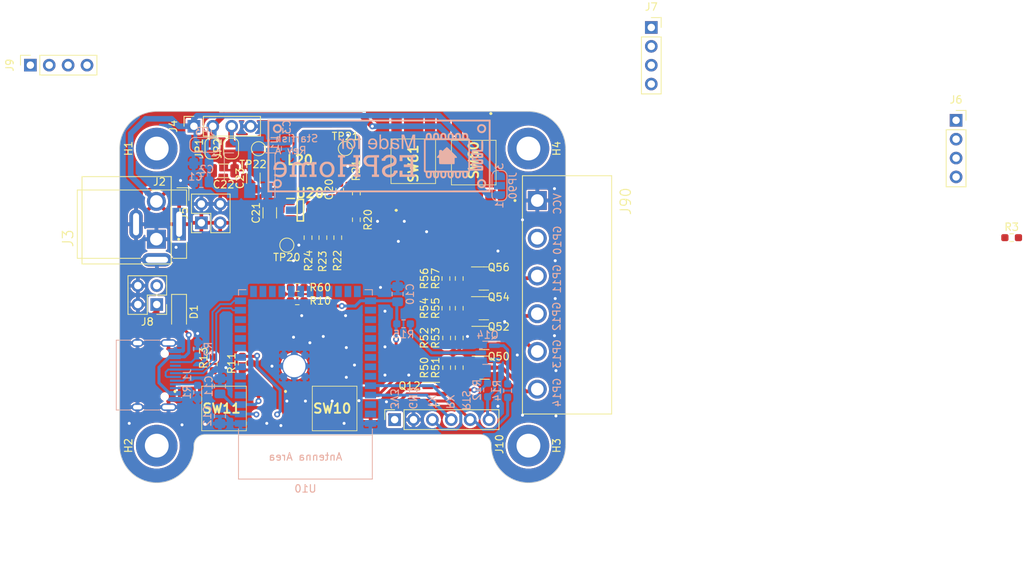
<source format=kicad_pcb>
(kicad_pcb (version 20221018) (generator pcbnew)
  (title_block (title "Starfish") (date "2023-01-30") (rev "A") (company "PaEber Electronics"))
  (layers (0 "F.Cu" signal) (31 "B.Cu" signal) (34 "B.Paste" user) (35 "F.Paste" user) (36 "B.SilkS" user "B.Silkscreen") (37 "F.SilkS" user "F.Silkscreen") (38 "B.Mask" user) (39 "F.Mask" user) (44 "Edge.Cuts" user))
  (net 0 "")
  (net 1 "GND")
  (net 2 "VBUS")
  (net 3 "Net-(U20-BST)")
  (net 4 "/USB_DP")
  (net 5 "/USB_DM")
  (net 6 "Net-(J1-CC1)")
  (net 8 "Net-(J1-CC2)")
  (net 9 "/Power/SW_5V")
  (net 10 "+3V3")
  (net 11 "/CH1")
  (net 13 "/Power/V_REG")
  (net 14 "Net-(Q12-G)")
  (net 15 "Net-(Q12-D)")
  (net 16 "Net-(Q14-G)")
  (net 17 "Net-(Q14-D)")
  (net 18 "Net-(Q50-G)")
  (net 19 "Net-(Q52-G)")
  (net 20 "Net-(Q54-G)")
  (net 21 "Net-(Q56-G)")
  (net 22 "Net-(U20-EN)")
  (net 23 "Net-(SW60-A)")
  (net 24 "/I2C_SCL")
  (net 25 "/I2C_SDA")
  (net 26 "/GPIO12")
  (net 27 "/GPIO13")
  (net 30 "+5V")
  (net 31 "/LED Driver/PWM1")
  (net 32 "/LED Driver/PWM2")
  (net 33 "/LED Driver/PWM3")
  (net 34 "/LED Driver/PWM4")
  (net 39 "/CH2")
  (net 40 "/CH3")
  (net 41 "/CH4")
  (net 42 "VCC")
  (net 45 "Net-(R22-Pad2)")
  (net 46 "/Power/FB_5V")
  (net 49 "/GPIO14")
  (net 51 "/GPIO0")
  (net 52 "/CHIP_PU")
  (net 53 "/TXD")
  (net 56 "/RXD")
  (net 57 "/RTS")
  (net 58 "/DTR")
  (net 65 "Net-(SW61-A)")
  (net 66 "Net-(J90-Pin_2)")
  (net 68 "/VIN_LIN")
  (footprint "paeber:13019319" (layer "F.Cu") (at 167.64 66.04 -90)
    (fp_text reference "SW60")
    (fp_text value "1301.9315" hide)
  )
  (footprint "Connector_PinHeader_2.54mm:PinHeader_2x02_P2.54mm_Vertical" (layer "F.Cu") (at 125 86 180)
    (fp_text reference "J8")
    (fp_text value "Conn_02x02_Odd_Even")
  )
  (footprint "paeber:13019319" (layer "F.Cu") (at 148.075 100)
    (fp_text reference "SW10")
    (fp_text value "1301.9315" hide)
  )
  (footprint "TestPoint:TestPoint_Pad_D1.5mm" (layer "F.Cu") (at 138.684 65.024)
    (fp_text reference "TP22")
    (fp_text value "TestPoint")
  )
  (footprint "Resistor_SMD:R_0603_1608Metric_Pad0.98x0.95mm_HandSolder" (layer "F.Cu") (at 165.689997 82.5 90)
    (fp_text reference "R57")
    (fp_text value "10k")
  )
  (footprint "Capacitor_SMD:C_0603_1608Metric_Pad1.08x0.95mm_HandSolder" (layer "F.Cu") (at 149.612 70.500001 90)
    (fp_text reference "C20")
    (fp_text value "100n")
  )
  (footprint "Capacitor_SMD:C_1206_3216Metric" (layer "F.Cu") (at 134 68 180)
    (fp_text reference "C22")
    (fp_text value "22u")
  )
  (footprint "MountingHole:MountingHole_3.2mm_M3_DIN965_Pad_TopBottom" (layer "F.Cu") (at 125 65 90)
    (fp_text reference "H1")
    (fp_text value "MountingHole")
  )
  (footprint "Resistor_SMD:R_0603_1608Metric_Pad0.98x0.95mm_HandSolder" (layer "F.Cu") (at 149.352 77.000001 -90)
    (fp_text reference "R22")
    (fp_text value "27k")
  )
  (footprint "paeber:13019319" (layer "F.Cu") (at 159.512 67.564 90)
    (fp_text reference "SW61")
    (fp_text value "1301.9315" hide)
  )
  (footprint "MountingHole:MountingHole_3.2mm_M3_DIN965_Pad_TopBottom" (layer "F.Cu") (at 175 105 -90)
    (fp_text reference "H3")
    (fp_text value "MountingHole")
  )
  (footprint "Package_TO_SOT_SMD:SOT-23" (layer "F.Cu") (at 169.1 94.5)
    (fp_text reference "Q50")
    (fp_text value "PMV40UN2R")
  )
  (footprint "paeber:CUI_TBP01R1-508-06BE" (layer "F.Cu") (at 176.189997 72 -90)
    (fp_text reference "J90")
    (fp_text value "Screw_Terminal_01x06")
  )
  (footprint "Connector_PinHeader_2.54mm:PinHeader_2x02_P2.54mm_Vertical" (layer "F.Cu") (at 131 75 90)
    (fp_text reference "J5")
    (fp_text value "Conn_02x02_Odd_Even")
  )
  (footprint "Package_TO_SOT_SMD:SOT-23" (layer "F.Cu") (at 169 82.5)
    (fp_text reference "Q56")
    (fp_text value "PMV40UN2R")
  )
  (footprint "Resistor_SMD:R_0603_1608Metric_Pad0.98x0.95mm_HandSolder" (layer "F.Cu") (at 164 94.5 90)
    (fp_text reference "R50")
    (fp_text value "330")
  )
  (footprint "Resistor_SMD:R_0603_1608Metric_Pad0.98x0.95mm_HandSolder" (layer "F.Cu") (at 151.852 74.587501 90)
    (fp_text reference "R20")
    (fp_text value "100k")
  )
  (footprint "Resistor_SMD:R_0603_1608Metric_Pad0.98x0.95mm_HandSolder" (layer "F.Cu") (at 151.852 71.000001 90)
    (fp_text reference "R21")
    (fp_text value "27k")
  )
  (footprint "Package_TO_SOT_SMD:SOT-23" (layer "F.Cu") (at 169.05 90.5)
    (fp_text reference "Q52")
    (fp_text value "PMV40UN2R")
  )
  (footprint "Connector_PinSocket_2.54mm:PinSocket_1x04_P2.54mm_Vertical" (layer "F.Cu") (at 232.525 61.2)
    (fp_text reference "J6")
    (fp_text value "Conn_01x04")
  )
  (footprint "MountingHole:MountingHole_3.2mm_M3_DIN965_Pad_TopBottom" (layer "F.Cu") (at 175 65 -90)
    (fp_text reference "H4")
    (fp_text value "MountingHole")
  )
  (footprint "paeber:CUI_TBP01R1-508-02BE" (layer "F.Cu") (at 124.9495 77.2 90)
    (fp_text reference "J3")
    (fp_text value "Screw_Terminal_01x02")
  )
  (footprint "Resistor_SMD:R_0603_1608Metric_Pad0.98x0.95mm_HandSolder" (layer "F.Cu") (at 165.689997 94.5 90)
    (fp_text reference "R51")
    (fp_text value "10k")
  )
  (footprint "Resistor_SMD:R_0603_1608Metric_Pad0.98x0.95mm_HandSolder" (layer "F.Cu") (at 165.689997 90.5 90)
    (fp_text reference "R53")
    (fp_text value "10k")
  )
  (footprint "paeber:XAL6030182MEB-HandSolder" (layer "F.Cu") (at 144.272 66.548 180)
    (fp_text reference "L20")
    (fp_text value "3u3" hide)
  )
  (footprint "TestPoint:TestPoint_Pad_D1.5mm" (layer "F.Cu") (at 142.5 78 180)
    (fp_text reference "TP20")
    (fp_text value "TestPoint")
  )
  (footprint "Connector_PinSocket_2.54mm:PinSocket_1x04_P2.54mm_Vertical" (layer "F.Cu") (at 130 62 90)
    (fp_text reference "J4")
    (fp_text value "Conn_01x04")
  )
  (footprint "Resistor_SMD:R_0603_1608Metric_Pad0.98x0.95mm_HandSolder" (layer "F.Cu") (at 163.899997 82.5 90)
    (fp_text reference "R56")
    (fp_text value "330")
  )
  (footprint "Resistor_SMD:R_0603_1608Metric_Pad0.98x0.95mm_HandSolder" (layer "F.Cu") (at 147.352 77.000001 -90)
    (fp_text reference "R23")
    (fp_text value "27k")
  )
  (footprint "Resistor_SMD:R_0603_1608Metric_Pad0.98x0.95mm_HandSolder" (layer "F.Cu") (at 240 77)
    (fp_text reference "R3")
    (fp_text value "10k")
  )
  (footprint "Resistor_SMD:R_0603_1608Metric_Pad0.98x0.95mm_HandSolder" (layer "F.Cu") (at 165.689997 86.5 90)
    (fp_text reference "R55")
    (fp_text value "10k")
  )
  (footprint "Capacitor_SMD:C_1206_3216Metric" (layer "F.Cu") (at 138 69 -90)
    (fp_text reference "C23")
    (fp_text value "22u")
  )
  (footprint "Connector_BarrelJack:BarrelJack_Wuerth_6941xx301002" (layer "F.Cu") (at 128.016 75.184 -90)
    (fp_text reference "J2")
    (fp_text value "Barrel_Jack_Switch")
  )
  (footprint "Connector_PinSocket_2.54mm:PinSocket_1x06_P2.54mm_Vertical" (layer "F.Cu") (at 156.999997 101.500001 90)
    (fp_text reference "J10")
    (fp_text value "UartBridge")
  )
  (footprint "Capacitor_SMD:C_1206_3216Metric" (layer "F.Cu") (at 140.208 73.66 90)
    (fp_text reference "C21")
    (fp_text value "10u")
  )
  (footprint "TestPoint:TestPoint_Pad_D1.5mm" (layer "F.Cu") (at 150.368 65.000001)
    (fp_text reference "TP21")
    (fp_text value "TestPoint")
  )
  (footprint "Resistor_SMD:R_0603_1608Metric_Pad0.98x0.95mm_HandSolder" (layer "F.Cu") (at 145.352 77.000001 90)
    (fp_text reference "R24")
    (fp_text value "10k")
  )
  (footprint "Resistor_SMD:R_0603_1608Metric_Pad0.98x0.95mm_HandSolder" (layer "F.Cu") (at 132.6 94 -90)
    (fp_text reference "R13")
    (fp_text value "0")
  )
  (footprint "Connector_PinSocket_2.54mm:PinSocket_1x04_P2.54mm_Vertical" (layer "F.Cu") (at 191.525 48.7)
    (fp_text reference "J7")
    (fp_text value "Conn_01x04")
  )
  (footprint "Jumper:SolderJumper-2_P1.3mm_Open_RoundedPad1.0x1.5mm" (layer "F.Cu") (at 135 65 90)
    (fp_text reference "JP2")
    (fp_text value "SolderJumper_2_Open")
  )
  (footprint "Resistor_SMD:R_0603_1608Metric_Pad0.98x0.95mm_HandSolder" (layer "F.Cu") (at 143.9 83.7 180)
    (fp_text reference "R60")
    (fp_text value "10k")
  )
  (footprint "MountingHole:MountingHole_3.2mm_M3_DIN965_Pad_TopBottom" (layer "F.Cu") (at 125 105 90)
    (fp_text reference "H2")
    (fp_text value "MountingHole")
  )
  (footprint "Connector_PinSocket_2.54mm:PinSocket_1x04_P2.54mm_Vertical" (layer "F.Cu") (at 108 53.775 90)
    (fp_text reference "J9")
    (fp_text value "Conn_01x04")
  )
  (footprint "paeber:13019319" (layer "F.Cu") (at 133.2 100)
    (fp_text reference "SW11")
    (fp_text value "1301.9315" hide)
  )
  (footprint "Resistor_SMD:R_0603_1608Metric_Pad0.98x0.95mm_HandSolder" (layer "F.Cu") (at 164 90.5 90)
    (fp_text reference "R52")
    (fp_text value "330")
  )
  (footprint "paeber:TSOT-26" (layer "F.Cu") (at 144.312 73.300001)
    (fp_text reference "U20")
    (fp_text value "AP62301WU-7" hide)
  )
  (footprint "Jumper:SolderJumper-2_P1.3mm_Open_RoundedPad1.0x1.5mm" (layer "F.Cu") (at 132.5 65 90)
    (fp_text reference "JP1")
    (fp_text value "SolderJumper_2_Open")
  )
  (footprint "Resistor_SMD:R_0603_1608Metric_Pad0.98x0.95mm_HandSolder" (layer "F.Cu") (at 143.9 85.5 180)
    (fp_text reference "R10")
    (fp_text value "10k")
  )
  (footprint "Package_TO_SOT_SMD:SOT-23" (layer "F.Cu") (at 169 86.5)
    (fp_text reference "Q54")
    (fp_text value "PMV40UN2R")
  )
  (footprint "Diode_SMD:D_SOD-123" (layer "F.Cu") (at 128 87 -90)
    (fp_text reference "D1")
    (fp_text value "PMEG60T10ELRX")
  )
  (footprint "Resistor_SMD:R_0603_1608Metric_Pad0.98x0.95mm_HandSolder" (layer "F.Cu") (at 163.899997 86.5 90)
    (fp_text reference "R54")
    (fp_text value "330")
  )
  (footprint "Package_TO_SOT_SMD:SOT-23" (layer "F.Cu") (at 162.399997 98.044)
    (fp_text reference "Q12")
    (fp_text value "BSS138")
  )
  (footprint "Resistor_SMD:R_0603_1608Metric_Pad0.98x0.95mm_HandSolder" (layer "F.Cu") (at 136.5 93.9 90)
    (fp_text reference "R11")
    (fp_text value "10k")
  )
  (footprint "Package_TO_SOT_SMD:SOT-223-3_TabPin2" (layer "B.Cu") (at 137.5 67.5 90)
    (fp_text reference "U1")
    (fp_text value "LM1117-3.3")
  )
  (footprint "Capacitor_SMD:C_0805_2012Metric_Pad1.18x1.45mm_HandSolder" (layer "B.Cu") (at 133.499997 101.000001 -90)
    (fp_text reference "C12")
    (fp_text value "100n")
  )
  (footprint "Resistor_SMD:R_0603_1608Metric_Pad0.98x0.95mm_HandSolder" (layer "B.Cu") (at 130.499997 97.800001 -90)
    (fp_text reference "R1")
    (fp_text value "5k11")
  )
  (footprint "Jumper:SolderJumper-3_P1.3mm_Open_RoundedPad1.0x1.5mm" (layer "B.Cu") (at 131.5 64.5 180)
    (fp_text reference "JP3")
    (fp_text value "SolderJumper_3_Open")
  )
  (footprint "Connector_USB:USB_C_Receptacle_HRO_TYPE-C-31-M-12" (layer "B.Cu") (at 123.459997 95.500001 90)
    (fp_text reference "J1")
    (fp_text value "USB4105-GF-A-120")
  )
  (footprint "Capacitor_SMD:C_0805_2012Metric_Pad1.18x1.45mm_HandSolder" (layer "B.Cu") (at 131 69.5 180)
    (fp_text reference "C2")
    (fp_text value "10")
  )
  (footprint "Resistor_SMD:R_0603_1608Metric_Pad0.98x0.95mm_HandSolder" (layer "B.Cu") (at 172.199997 97.600001 -90)
    (fp_text reference "R14")
    (fp_text value "10k")
  )
  (footprint "Capacitor_SMD:C_0805_2012Metric_Pad1.18x1.45mm_HandSolder" (layer "B.Cu") (at 131 67 180)
    (fp_text reference "C1")
    (fp_text value "1u")
  )
  (footprint "Jumper:SolderJumper-3_P1.3mm_Open_RoundedPad1.0x1.5mm_NumberLabels" (layer "B.Cu") (at 171.099997 70.000001 90)
    (fp_text reference "JP90")
    (fp_text value "12V 5V")
  )
  (footprint "Package_TO_SOT_SMD:SOT-23" (layer "B.Cu") (at 169.499997 92.500001 180)
    (fp_text reference "Q14")
    (fp_text value "BSS138")
  )
  (footprint "Capacitor_SMD:C_0805_2012Metric_Pad1.18x1.45mm_HandSolder" (layer "B.Cu") (at 157.4 84.6 90)
    (fp_text reference "C10")
    (fp_text value "100n")
  )
  (footprint "Capacitor_SMD:C_0805_2012Metric_Pad1.18x1.45mm_HandSolder" (layer "B.Cu") (at 133.499997 97.000001 90)
    (fp_text reference "C11")
    (fp_text value "100n")
  )
  (footprint "Resistor_SMD:R_0603_1608Metric_Pad0.98x0.95mm_HandSolder" (layer "B.Cu") (at 169.499997 97.500001 -90)
    (fp_text reference "R12")
    (fp_text value "10k")
  )
  (footprint "Resistor_SMD:R_0603_1608Metric_Pad0.98x0.95mm_HandSolder" (layer "B.Cu") (at 158.199997 88.6)
    (fp_text reference "R15")
    (fp_text value "0")
  )
  (footprint "Capacitor_SMD:C_0805_2012Metric_Pad1.18x1.45mm_HandSolder" (layer "B.Cu") (at 142.5 65 -90)
    (fp_text reference "C3")
    (fp_text value "1u")
  )
  (footprint "LOGO" (layer "B.Cu") (at 154.899997 66.000001 180)
    (fp_text reference "G***" hide)
    (fp_text value "LOGO" hide)
  )
  (footprint "Espressif:ESP32-S3-WROOM-1" (layer "B.Cu") (at 144.999997 93.750001)
    (fp_text reference "U10")
    (fp_text value "ESP32-S3-WROOM-1")
  )
  (footprint "Resistor_SMD:R_0603_1608Metric_Pad0.98x0.95mm_HandSolder" (layer "B.Cu") (at 130.499997 92.000001 90)
    (fp_text reference "R2")
    (fp_text value "5k11")
  )
  (gr_line (start 131.499997 103.500001) (end 168.499997 103.500001) (stroke (width 0.1)) (layer "Edge.Cuts"))
  (gr_line (start 119.999997 65.000001) (end 119.999997 105.000001) (stroke (width 0.1)) (layer "Edge.Cuts"))
  (gr_arc (start 129.999997 105.000001) (mid 128.535531 108.535535) (end 124.999997 110.000001) (stroke (width 0.1)) (layer "Edge.Cuts"))
  (gr_line (start 179.999997 105.000001) (end 179.999997 65.000001) (stroke (width 0.1)) (layer "Edge.Cuts"))
  (gr_arc (start 179.999997 105.000001) (mid 178.535531 108.535535) (end 174.999997 110.000001) (stroke (width 0.1)) (layer "Edge.Cuts"))
  (gr_line (start 174.999997 60.000001) (end 124.999997 60.000001) (stroke (width 0.1)) (layer "Edge.Cuts"))
  (gr_arc (start 119.999997 65.000001) (mid 121.464463 61.464467) (end 124.999997 60.000001) (stroke (width 0.1)) (layer "Edge.Cuts"))
  (gr_arc (start 168.499997 103.500001) (mid 169.560659 103.93934) (end 170 105.000001) (stroke (width 0.1)) (layer "Edge.Cuts"))
  (gr_arc (start 124.999997 110.000001) (mid 121.464463 108.535535) (end 119.999997 105.000001) (stroke (width 0.1)) (layer "Edge.Cuts"))
  (gr_arc (start 175 110.000001) (mid 171.464466 108.535535) (end 170 105.000001) (stroke (width 0.1)) (layer "Edge.Cuts"))
  (gr_arc (start 129.999997 105.000001) (mid 130.439337 103.939341) (end 131.499997 103.500001) (stroke (width 0.1)) (layer "Edge.Cuts"))
  (gr_arc (start 174.999997 60.000001) (mid 178.535531 61.464467) (end 179.999997 65.000001) (stroke (width 0.1)) (layer "Edge.Cuts"))
  (gr_text "RTS" (at 166.6 98.9 270) (layer "B.SilkS") (effects (font (size 1 1)) (justify mirror)))
  (gr_text "VCC" (at 178.9 72.45 90) (layer "B.SilkS") (effects (font (size 1 1)) (justify mirror)))
  (gr_text "GP14" (at 178.85 97.85 90) (layer "B.SilkS") (effects (font (size 1 1)) (justify mirror)))
  (gr_text "3V3" (at 156.95 98.7 270) (layer "B.SilkS") (effects (font (size 1 1)) (justify mirror)))
  (gr_text "GP12" (at 178.8 87.6 90) (layer "B.SilkS") (effects (font (size 1 1)) (justify mirror)))
  (gr_text "Starfish\nRev A\n" (at 140.8 64.45) (layer "B.SilkS") (effects (font (size 1 1)) (justify right mirror)))
  (gr_text "TX" (at 162 99.05 270) (layer "B.SilkS") (effects (font (size 1 1)) (justify mirror)))
  (gr_text "GP10" (at 178.9 77.35 90) (layer "B.SilkS") (effects (font (size 1 1)) (justify mirror)))
  (gr_text "GP13" (at 178.85 92.65 90) (layer "B.SilkS") (effects (font (size 1 1)) (justify mirror)))
  (gr_text "GND" (at 159.45 98.6 270) (layer "B.SilkS") (effects (font (size 1 1)) (justify mirror)))
  (gr_text "GP11" (at 178.85 82.55 90) (layer "B.SilkS") (effects (font (size 1 1)) (justify mirror)))
  (gr_text "RX" (at 164.45 99.1 270) (layer "B.SilkS") (effects (font (size 1 1)) (justify mirror)))
  (segment (start 168.025 87.4125) (end 168.0625 87.45) (width 0.4) (layer "F.Cu") (net 1))
  (segment (start 145.587497 77.912501) (end 145.499997 78.000001) (width 0.4) (layer "F.Cu") (net 1))
  (segment (start 153.327497 70.000001) (end 153.239997 70.087501) (width 0.4) (layer "F.Cu") (net 1))
  (segment (start 166.819997 90.320001) (end 166.799997 90.300001) (width 0.4) (layer "F.Cu") (net 1))
  (segment (start 165.727497 91.220001) (end 165.689997 91.182501) (width 0.4) (layer "F.Cu") (net 1))
  (segment (start 168.0625 83.45) (end 168.025 83.4125) (width 0.4) (layer "F.Cu") (net 1))
  (segment (start 165.689997 86.689997) (end 165.689997 87.4125) (width 0.4) (layer "F.Cu") (net 1))
  (segment (start 145.352 77.912501) (end 144.1995 77.912501) (width 0.4) (layer "F.Cu") (net 1))
  (segment (start 165.689997 95.4125) (end 165.929998 95.652501) (width 0.4) (layer "F.Cu") (net 1))
  (via (at 178.7 94.9) (size 0.8) (drill 0.4) (layers "F.Cu" "B.Cu") (net 1))
  (via (at 155.9 99.1) (size 0.8) (drill 0.4) (layers "F.Cu" "B.Cu") (net 1))
  (via (at 178.6 85.2) (size 0.8) (drill 0.4) (layers "F.Cu" "B.Cu") (net 1))
  (via (at 127.6 78.3) (size 0.8) (drill 0.4) (layers "F.Cu" "B.Cu") (net 1))
  (via (at 166.799997 90.300001) (size 0.8) (drill 0.4) (layers "F.Cu" "B.Cu") (net 1))
  (via (at 171.8 88.3) (size 0.8) (drill 0.4) (layers "F.Cu" "B.Cu") (net 1))
  (via (at 130.499997 89.900001) (size 0.8) (drill 0.4) (layers "F.Cu" "B.Cu") (net 1))
  (via (at 178.5 90.2) (size 0.8) (drill 0.4) (layers "F.Cu" "B.Cu") (net 1))
  (via (at 154.7 74.8) (size 0.8) (drill 0.4) (layers "F.Cu" "B.Cu") (net 1))
  (via (at 174.2 74.6) (size 0.8) (drill 0.4) (layers "F.Cu" "B.Cu") (net 1))
  (via (at 141.7 102.3) (size 0.8) (drill 0.4) (layers "F.Cu" "B.Cu") (net 1))
  (via (at 147.4 90.3) (size 0.8) (drill 0.4) (layers "F.Cu" "B.Cu") (net 1))
  (via (at 143.4 80.1) (size 0.8) (drill 0.4) (layers "F.Cu" "B.Cu") (net 1))
  (via (at 170.9 78.8) (size 0.8) (drill 0.4) (layers "F.Cu" "B.Cu") (net 1))
  (via (at 128.4 102.2) (size 0.8) (drill 0.4) (layers "F.Cu" "B.Cu") (net 1))
  (via (at 150.5 91.8) (size 0.8) (drill 0.4) (layers "F.Cu" "B.Cu") (net 1))
  (via (at 178.6 80.1) (size 0.8) (drill 0.4) (layers "F.Cu" "B.Cu") (net 1))
  (via (at 134.299997 94.500001) (size 0.8) (drill 0.4) (layers "F.Cu" "B.Cu") (net 1))
  (via (at 144.112 78.000001) (size 0.8) (drill 0.4) (layers "F.Cu" "B.Cu") (net 1))
  (via (at 157.5 77.5) (size 0.8) (drill 0.4) (layers "F.Cu" "B.Cu") (net 1))
  (via (at 152.2 98.95) (size 0.8) (drill 0.4) (layers "F.Cu" "B.Cu") (net 1))
  (via (at 150.5 95.8) (size 0.8) (drill 0.4) (layers "F.Cu" "B.Cu") (net 1))
  (via (at 145 99) (size 0.8) (drill 0.4) (layers "F.Cu" "B.Cu") (net 1))
  (via (at 178.5 70.4) (size 0.8) (drill 0.4) (layers "F.Cu" "B.Cu") (net 1))
  (via (at 148.6 99) (size 0.8) (drill 0.4) (layers "F.Cu" "B.Cu") (net 1))
  (via (at 158.3 74.8) (size 0.8) (drill 0.4) (layers "F.Cu" "B.Cu") (net 1))
  (via (at 150.4 87.5) (size 0.8) (drill 0.4) (layers "F.Cu" "B.Cu") (net 1))
  (via (at 155.7 91.7) (size 0.8) (drill 0.4) (layers "F.Cu" "B.Cu") (net 1))
  (via (at 143.4 90.4) (size 0.8) (drill 0.4) (layers "F.Cu" "B.Cu") (net 1))
  (via (at 142.5 99) (size 0.8) (drill 0.4) (layers "F.Cu" "B.Cu") (net 1))
  (via (at 140.5 94.3) (size 0.8) (drill 0.4) (layers "F.Cu" "B.Cu") (net 1))
  (via (at 150.199997 102.000001) (size 0.8) (drill 0.4) (layers "F.Cu" "B.Cu") (net 1))
  (via (at 155.7 86.9) (size 0.8) (drill 0.4) (layers "F.Cu" "B.Cu") (net 1))
  (via (at 128.2 69.3) (size 0.8) (drill 0.4) (layers "F.Cu" "B.Cu") (net 1))
  (via (at 144.5 87.5) (size 0.8) (drill 0.4) (layers "F.Cu" "B.Cu") (net 1))
  (via (at 173.5 92.8) (size 0.8) (drill 0.4) (layers "F.Cu" "B.Cu") (net 1))
  (via (at 151.6 94.15) (size 0.8) (drill 0.4) (layers "F.Cu" "B.Cu") (net 1))
  (via (at 161.3 76.2) (size 0.8) (drill 0.4) (layers "F.Cu" "B.Cu") (net 1))
  (via (at 121.3 102) (size 0.8) (drill 0.4) (layers "F.Cu" "B.Cu") (net 1))
  (via (at 155.1 83.7) (size 0.8) (drill 0.4) (layers "F.Cu" "B.Cu") (net 1))
  (via (at 155.7 95.5) (size 0.8) (drill 0.4) (layers "F.Cu" "B.Cu") (net 1))
  (via (at 178.7 101) (size 0.8) (drill 0.4) (layers "F.Cu" "B.Cu") (net 1))
  (via (at 145.6 91.15) (size 0.8) (drill 0.4) (layers "F.Cu" "B.Cu") (net 1))
  (via (at 131.499997 102.100001) (size 0.8) (drill 0.4) (layers "F.Cu" "B.Cu") (net 1))
  (via (at 174.2 100.9) (size 0.8) (drill 0.4) (layers "F.Cu" "B.Cu") (net 1))
  (via (at 139.799997 102.000001) (size 0.8) (drill 0.4) (layers "F.Cu" "B.Cu") (net 1))
  (via (at 158.9 95.5) (size 0.8) (drill 0.4) (layers "F.Cu" "B.Cu") (net 1))
  (via (at 170.9 99.7) (size 0.8) (drill 0.4) (layers "F.Cu" "B.Cu") (net 1))
  (segment (start 142.099997 94.290001) (end 143.499997 94.290001) (width 0.4) (layer "B.Cu") (net 1))
  (segment (start 129.049997 98.750001) (end 130.462497 98.750001) (width 0.4) (layer "B.Cu") (net 1))
  (segment (start 128.399997 91.200001) (end 126.609997 91.200001) (width 0.4) (layer "B.Cu") (net 1))
  (segment (start 129.099997 98.800001) (end 129.049997 98.750001) (width 0.4) (layer "B.Cu") (net 1))
  (segment (start 133.499997 95.300001) (end 134.299997 94.500001) (width 0.4) (layer "B.Cu") (net 1))
  (segment (start 130.462497 98.750001) (end 130.499997 98.712501) (width 0.4) (layer "B.Cu") (net 1))
  (segment (start 128.679997 99.820001) (end 129.099997 99.400001) (width 0.4) (layer "B.Cu") (net 1))
  (segment (start 128.299997 92.200001) (end 128.599997 91.900001) (width 0.4) (layer "B.Cu") (net 1))
  (segment (start 127.554997 92.200001) (end 128.299997 92.200001) (width 0.4) (layer "B.Cu") (net 1))
  (segment (start 129.099997 99.400001) (end 129.099997 98.800001) (width 0.4) (layer "B.Cu") (net 1))
  (segment (start 127.504997 92.250001) (end 127.554997 92.200001) (width 0.4) (layer "B.Cu") (net 1))
  (segment (start 126.609997 91.200001) (end 126.589997 91.180001) (width 0.4) (layer "B.Cu") (net 1))
  (segment (start 127.504997 98.750001) (end 129.049997 98.750001) (width 0.4) (layer "B.Cu") (net 1))
  (segment (start 143.499997 94.290001) (end 144.899997 94.290001) (width 0.4) (layer "B.Cu") (net 1))
  (segment (start 128.599997 91.900001) (end 128.599997 91.400001) (width 0.4) (layer "B.Cu") (net 1))
  (segment (start 143.499997 94.290001) (end 143.499997 95.690001) (width 0.4) (layer "B.Cu") (net 1))
  (segment (start 131.562497 102.037501) (end 131.499997 102.100001) (width 0.4) (layer "B.Cu") (net 1))
  (segment (start 130.499997 91.087501) (end 130.499997 89.900001) (width 0.4) (layer "B.Cu") (net 1))
  (segment (start 133.499997 95.962501) (end 133.499997 95.300001) (width 0.4) (layer "B.Cu") (net 1))
  (segment (start 143.499997 92.890001) (end 143.499997 94.290001) (width 0.4) (layer "B.Cu") (net 1))
  (segment (start 126.589997 99.820001) (end 128.679997 99.820001) (width 0.4) (layer "B.Cu") (net 1))
  (segment (start 133.499997 102.037501) (end 131.562497 102.037501) (width 0.4) (layer "B.Cu") (net 1))
  (segment (start 128.599997 91.400001) (end 128.399997 91.200001) (width 0.4) (layer "B.Cu") (net 1))
  (segment (start 129.299997 90.100001) (end 129.299997 89.969321) (width 0.4) (layer "F.Cu") (net 2))
  (segment (start 128 88.669324) (end 128 88.65) (width 0.4) (layer "F.Cu") (net 2))
  (segment (start 129.299997 89.969321) (end 128 88.669324) (width 0.4) (layer "F.Cu") (net 2))
  (via (at 129.299997 90.100001) (size 0.8) (drill 0.4) (layers "F.Cu" "B.Cu") (net 2))
  (segment (start 127.504997 93.050001) (end 126.715336 93.050001) (width 0.4) (layer "B.Cu") (net 2))
  (segment (start 129.099997 92.700001) (end 129.299997 92.500001) (width 0.4) (layer "B.Cu") (net 2))
  (segment (start 125.299997 94.46534) (end 125.299997 96.534662) (width 0.4) (layer "B.Cu") (net 2))
  (segment (start 128.749997 93.050001) (end 129.099997 92.700001) (width 0.4) (layer "B.Cu") (net 2))
  (segment (start 129.299997 92.500001) (end 129.299997 90.100001) (width 0.4) (layer "B.Cu") (net 2))
  (segment (start 126.715336 93.050001) (end 125.299997 94.46534) (width 0.4) (layer "B.Cu") (net 2))
  (segment (start 126.715336 97.950001) (end 127.504997 97.950001) (width 0.4) (layer "B.Cu") (net 2))
  (segment (start 127.504997 93.050001) (end 128.749997 93.050001) (width 0.4) (layer "B.Cu") (net 2))
  (segment (start 125.299997 96.534662) (end 126.715336 97.950001) (width 0.4) (layer "B.Cu") (net 2))
  (segment (start 148.2495 71.362501) (end 147.302 72.310001) (width 0.4) (layer "F.Cu") (net 3))
  (segment (start 149.612 71.362501) (end 148.2495 71.362501) (width 0.4) (layer "F.Cu") (net 3))
  (segment (start 147.302 72.310001) (end 145.6195 72.310001) (width 0.4) (layer "F.Cu") (net 3))
  (segment (start 127.504997 95.750001) (end 126.349997 95.750001) (width 0.25) (layer "B.Cu") (net 4))
  (segment (start 132.499997 93.364283) (end 132.499997 87.000001) (width 0.25) (layer "B.Cu") (net 4))
  (segment (start 126.199997 95.600001) (end 126.199997 95.100001) (width 0.25) (layer "B.Cu") (net 4))
  (segment (start 135.399997 85.500001) (end 136.249997 85.500001) (width 0.25) (layer "B.Cu") (net 4))
  (segment (start 132.499997 87.000001) (end 133.549997 85.950001) (width 0.25) (layer "B.Cu") (net 4))
  (segment (start 131.114279 94.750001) (end 132.499997 93.364283) (width 0.25) (layer "B.Cu") (net 4))
  (segment (start 126.349997 95.750001) (end 126.199997 95.600001) (width 0.25) (layer "B.Cu") (net 4))
  (segment (start 127.504997 94.750001) (end 131.114279 94.750001) (width 0.25) (layer "B.Cu") (net 4))
  (segment (start 126.549997 94.750001) (end 127.504997 94.750001) (width 0.25) (layer "B.Cu") (net 4))
  (segment (start 133.549997 85.950001) (end 134.949997 85.950001) (width 0.25) (layer "B.Cu") (net 4))
  (segment (start 134.949997 85.950001) (end 135.399997 85.500001) (width 0.25) (layer "B.Cu") (net 4))
  (segment (start 126.199997 95.100001) (end 126.549997 94.750001) (width 0.25) (layer "B.Cu") (net 4))
  (segment (start 132.999997 93.500001) (end 131.249997 95.250001) (width 0.25) (layer "B.Cu") (net 5))
  (segment (start 135.269997 86.770001) (end 134.999997 86.500001) (width 0.25) (layer "B.Cu") (net 5))
  (segment (start 131.249997 95.250001) (end 129.049997 95.250001) (width 0.25) (layer "B.Cu") (net 5))
  (segment (start 128.549997 96.250001) (end 129.049997 95.750001) (width 0.25) (layer "B.Cu") (net 5))
  (segment (start 129.049997 95.750001) (end 129.049997 95.250001) (width 0.25) (layer "B.Cu") (net 5))
  (segment (start 133.699997 86.500001) (end 132.999997 87.200001) (width 0.25) (layer "B.Cu") (net 5))
  (segment (start 132.999997 87.200001) (end 132.999997 93.500001) (width 0.25) (layer "B.Cu") (net 5))
  (segment (start 127.504997 96.250001) (end 128.549997 96.250001) (width 0.25) (layer "B.Cu") (net 5))
  (segment (start 134.999997 86.500001) (end 133.699997 86.500001) (width 0.25) (layer "B.Cu") (net 5))
  (segment (start 129.049997 95.250001) (end 127.504997 95.250001) (width 0.25) (layer "B.Cu") (net 5))
  (segment (start 136.249997 86.770001) (end 135.269997 86.770001) (width 0.25) (layer "B.Cu") (net 5))
  (segment (start 127.504997 96.750001) (end 130.362497 96.750001) (width 0.25) (layer "B.Cu") (net 6))
  (segment (start 130.362497 96.750001) (end 130.499997 96.887501) (width 0.25) (layer "B.Cu") (net 6))
  (segment (start 129.662497 93.750001) (end 130.499997 92.912501) (width 0.25) (layer "B.Cu") (net 8))
  (segment (start 127.504997 93.750001) (end 129.662497 93.750001) (width 0.25) (layer "B.Cu") (net 8))
  (via (at 150.7 67.4) (size 0.8) (drill 0.4) (layers "F.Cu" "B.Cu") (net 9))
  (via (at 150.7 63.2) (size 0.8) (drill 0.4) (layers "F.Cu" "B.Cu") (net 9))
  (segment (start 135 62.08) (end 135.08 62) (width 0.75) (layer "F.Cu") (net 10))
  (segment (start 138.5 92.9) (end 138.4125 92.9875) (width 0.4) (layer "F.Cu") (net 10))
  (segment (start 138.4125 92.9875) (end 136.5 92.9875) (width 0.4) (layer "F.Cu") (net 10))
  (segment (start 156.999997 101.500001) (end 156.299996 100.8) (width 0.4) (layer "F.Cu") (net 10))
  (segment (start 135 64.35) (end 135 62.08) (width 0.75) (layer "F.Cu") (net 10))
  (via (at 141.2 100.8) (size 0.8) (drill 0.4) (layers "F.Cu" "B.Cu") (net 10))
  (via (at 138.5 92.9) (size 0.8) (drill 0.4) (layers "F.Cu" "B.Cu") (net 10))
  (via (at 138.399997 100.800001) (size 0.8) (drill 0.4) (layers "F.Cu" "B.Cu") (net 10))
  (segment (start 136.249997 100.740001) (end 138.339997 100.740001) (width 0.4) (layer "B.Cu") (net 10))
  (segment (start 138.5 94.4) (end 141.6 97.5) (width 0.4) (layer "B.Cu") (net 10))
  (segment (start 138.339997 100.740001) (end 138.399997 100.800001) (width 0.4) (layer "B.Cu") (net 10))
  (segment (start 135.35 64.35) (end 135.08 64.08) (width 0.5) (layer "B.Cu") (net 10))
  (segment (start 134.262497 99.962501) (end 133.499997 99.962501) (width 0.4) (layer "B.Cu") (net 10))
  (segment (start 135.08 64.08) (end 135.08 62) (width 0.5) (layer "B.Cu") (net 10))
  (segment (start 137.5 64.35) (end 142.1125 64.35) (width 0.5) (layer "B.Cu") (net 10))
  (segment (start 141.6 97.5) (end 141.6 100.4) (width 0.4) (layer "B.Cu") (net 10))
  (segment (start 138.5 92.9) (end 138.5 94.4) (width 0.4) (layer "B.Cu") (net 10))
  (segment (start 137.5 70.65) (end 137.5 64.35) (width 0.5) (layer "B.Cu") (net 10))
  (segment (start 136.249997 100.740001) (end 135.039997 100.740001) (width 0.4) (layer "B.Cu") (net 10))
  (segment (start 137.5 64.35) (end 135.35 64.35) (width 0.5) (layer "B.Cu") (net 10))
  (segment (start 142.1125 64.35) (end 142.5 63.9625) (width 0.5) (layer "B.Cu") (net 10))
  (segment (start 141.6 100.4) (end 141.2 100.8) (width 0.4) (layer "B.Cu") (net 10))
  (segment (start 135.039997 100.740001) (end 134.262497 99.962501) (width 0.4) (layer "B.Cu") (net 10))
  (segment (start 149.352 76.087501) (end 149.352 75.440001) (width 0.4) (layer "F.Cu") (net 13))
  (segment (start 163.918996 97.094) (end 161.462497 97.094) (width 0.4) (layer "F.Cu") (net 14))
  (segment (start 164.324997 97.500001) (end 163.918996 97.094) (width 0.4) (layer "F.Cu") (net 14))
  (segment (start 167.699997 97.500001) (end 164.324997 97.500001) (width 0.4) (layer "F.Cu") (net 14))
  (via (at 167.699997 97.500001) (size 0.8) (drill 0.4) (layers "F.Cu" "B.Cu") (net 14))
  (segment (start 167.699997 97.500001) (end 168.587497 97.500001) (width 0.4) (layer "B.Cu") (net 14))
  (segment (start 168.587497 97.500001) (end 169.499997 96.587501) (width 0.4) (layer "B.Cu") (net 14))
  (segment (start 158.656 98.044) (end 163.337497 98.044) (width 0.4) (layer "F.Cu") (net 15))
  (segment (start 156.787499 99.912501) (end 158.656 98.044) (width 0.4) (layer "F.Cu") (net 15))
  (segment (start 172.199997 92.100001) (end 171.649997 91.550001) (width 0.4) (layer "B.Cu") (net 16))
  (segment (start 171.649997 91.550001) (end 170.437497 91.550001) (width 0.4) (layer "B.Cu") (net 16))
  (segment (start 172.199997 96.687501) (end 172.199997 92.100001) (width 0.4) (layer "B.Cu") (net 16))
  (segment (start 159.112497 88.6) (end 159.112497 89.612501) (width 0.4) (layer "B.Cu") (net 17))
  (segment (start 161.999997 92.500001) (end 168.562497 92.500001) (width 0.4) (layer "B.Cu") (net 17))
  (segment (start 159.112497 89.612501) (end 161.999997 92.500001) (width 0.4) (layer "B.Cu") (net 17))
  (segment (start 165.689997 93.5875) (end 164 93.5875) (width 0.4) (layer "F.Cu") (net 18))
  (segment (start 168.1625 93.55) (end 168.125 93.5875) (width 0.4) (layer "F.Cu") (net 18))
  (segment (start 168.125 93.5875) (end 165.689997 93.5875) (width 0.4) (layer "F.Cu") (net 18))
  (segment (start 165.647497 89.400001) (end 165.689997 89.357501) (width 0.4) (layer "F.Cu") (net 19))
  (segment (start 165.727497 85.55) (end 165.689997 85.5875) (width 0.4) (layer "F.Cu") (net 20))
  (segment (start 165.689997 85.5875) (end 163.899997 85.5875) (width 0.4) (layer "F.Cu") (net 20))
  (segment (start 168.0625 85.55) (end 165.727497 85.55) (width 0.4) (layer "F.Cu") (net 20))
  (segment (start 165.689997 81.5875) (end 168.025 81.5875) (width 0.4) (layer "F.Cu") (net 21))
  (segment (start 163.899997 81.5875) (end 165.689997 81.5875) (width 0.4) (layer "F.Cu") (net 21))
  (segment (start 168.025 81.5875) (end 168.0625 81.55) (width 0.4) (layer "F.Cu") (net 21))
  (segment (start 145.6195 73.260001) (end 149.872 73.260001) (width 0.4) (layer "F.Cu") (net 22))
  (segment (start 149.872 73.260001) (end 150.287 73.675001) (width 0.4) (layer "F.Cu") (net 22))
  (segment (start 151.852 73.675001) (end 151.852 71.912501) (width 0.4) (layer "F.Cu") (net 22))
  (segment (start 150.287 73.675001) (end 151.852 73.675001) (width 0.4) (layer "F.Cu") (net 22))
  (segment (start 152.5 60.5) (end 134.04 60.5) (width 0.75) (layer "F.Cu") (net 30))
  (segment (start 128 60.5) (end 134.04 60.5) (width 0.75) (layer "F.Cu") (net 30))
  (segment (start 124.5 87.5) (end 121.5 87.5) (width 0.75) (layer "F.Cu") (net 30))
  (segment (start 127.5 61) (end 128 60.5) (width 0.75) (layer "F.Cu") (net 30))
  (segment (start 121.5 87.5) (end 120.741 86.741) (width 0.75) (layer "F.Cu") (net 30))
  (segment (start 132.5 62.04) (end 132.54 62) (width 0.75) (layer "F.Cu") (net 30))
  (segment (start 121.5 63) (end 123.5 61) (width 0.75) (layer "F.Cu") (net 30))
  (segment (start 134.04 60.5) (end 132.54 62) (width 0.75) (layer "F.Cu") (net 30))
  (segment (start 120.741 86.741) (end 120.741 70.259) (width 0.75) (layer "F.Cu") (net 30))
  (segment (start 120.741 70.259) (end 121.5 69.5) (width 0.75) (layer "F.Cu") (net 30))
  (segment (start 132.5 64.35) (end 132.5 62.04) (width 0.75) (layer "F.Cu") (net 30))
  (segment (start 125 86) (end 125 87) (width 0.75) (layer "F.Cu") (net 30))
  (segment (start 154 62) (end 152.5 60.5) (width 0.75) (layer "F.Cu") (net 30))
  (segment (start 125 87) (end 124.5 87.5) (width 0.75) (layer "F.Cu") (net 30))
  (segment (start 123.5 61) (end 127.5 61) (width 0.75) (layer "F.Cu") (net 30))
  (segment (start 121.5 69.5) (end 121.5 63) (width 0.75) (layer "F.Cu") (net 30))
  (via (at 154 62) (size 0.8) (drill 0.4) (layers "F.Cu" "B.Cu") (net 30))
  (segment (start 154 62) (end 163 62) (width 0.75) (layer "B.Cu") (net 30))
  (segment (start 132.8 62.26) (end 132.54 62) (width 0.5) (layer "B.Cu") (net 30))
  (segment (start 169.600001 71.300001) (end 171.099997 71.300001) (width 0.75) (layer "B.Cu") (net 30))
  (segment (start 168.5 70.2) (end 169.600001 71.300001) (width 0.75) (layer "B.Cu") (net 30))
  (segment (start 132.8 64.5) (end 132.8 62.26) (width 0.5) (layer "B.Cu") (net 30))
  (segment (start 168.5 67.5) (end 168.5 70.2) (width 0.75) (layer "B.Cu") (net 30))
  (segment (start 163 62) (end 168.5 67.5) (width 0.75) (layer "B.Cu") (net 30))
  (segment (start 171.448746 94.5) (end 170.0375 94.5) (width 0.5) (layer "F.Cu") (net 31))
  (segment (start 176.189997 97.700001) (end 174.648747 97.700001) (width 0.5) (layer "F.Cu") (net 31))
  (segment (start 174.648747 97.700001) (end 171.448746 94.5) (width 0.5) (layer "F.Cu") (net 31))
  (segment (start 169.9875 90.5) (end 174.069996 90.5) (width 0.5) (layer "F.Cu") (net 32))
  (segment (start 174.069996 90.5) (end 176.189997 92.620001) (width 0.5) (layer "F.Cu") (net 32))
  (segment (start 173.739997 87.540001) (end 172.699996 86.5) (width 0.5) (layer "F.Cu") (net 33))
  (segment (start 176.189997 87.540001) (end 173.739997 87.540001) (width 0.5) (layer "F.Cu") (net 33))
  (segment (start 172.699996 86.5) (end 169.9375 86.5) (width 0.5) (layer "F.Cu") (net 33))
  (segment (start 169.9375 82.5) (end 173.619998 82.5) (width 0.5) (layer "F.Cu") (net 34))
  (segment (start 173.619998 82.5) (end 173.659997 82.460001) (width 0.5) (layer "F.Cu") (net 34))
  (segment (start 173.659997 82.460001) (end 176.189997 82.460001) (width 0.5) (layer "F.Cu") (net 34))
  (segment (start 163.899997 83.199997) (end 163.899997 83.4125) (width 0.4) (layer "F.Cu") (net 41))
  (segment (start 151.852 75.500001) (end 151.852 77.360003) (width 0.4) (layer "F.Cu") (net 42))
  (segment (start 150.212002 79.000001) (end 143.500001 79.000001) (width 0.4) (layer "F.Cu") (net 42))
  (segment (start 143.500001 79.000001) (end 142.5 78) (width 0.4) (layer "F.Cu") (net 42))
  (segment (start 151.852 77.360003) (end 150.212002 79.000001) (width 0.4) (layer "F.Cu") (net 42))
  (segment (start 124.9495 72.12) (end 121.5 68.6705) (width 0.75) (layer "B.Cu") (net 42))
  (segment (start 171.099997 68.700001) (end 162.974996 60.575) (width 0.75) (layer "B.Cu") (net 42))
  (segment (start 123.5 61) (end 127 61) (width 0.75) (layer "B.Cu") (net 42))
  (segment (start 127 61) (end 128 62) (width 0.75) (layer "B.Cu") (net 42))
  (segment (start 130.2 64.5) (end 130.2 62.2) (width 0.5) (layer "B.Cu") (net 42))
  (segment (start 130.2 62.2) (end 130 62) (width 0.5) (layer "B.Cu") (net 42))
  (segment (start 130 61) (end 130 62) (width 0.75) (layer "B.Cu") (net 42))
  (segment (start 162.974996 60.575) (end 130.425 60.575) (width 0.75) (layer "B.Cu") (net 42))
  (segment (start 121.5 68.6705) (end 121.5 63) (width 0.75) (layer "B.Cu") (net 42))
  (segment (start 121.5 63) (end 123.5 61) (width 0.75) (layer "B.Cu") (net 42))
  (segment (start 128 62) (end 130 62) (width 0.75) (layer "B.Cu") (net 42))
  (segment (start 130.425 60.575) (end 130 61) (width 0.75) (layer "B.Cu") (net 42))
  (segment (start 147.352 77.912501) (end 149.352 77.912501) (width 0.5) (layer "F.Cu") (net 45))
  (segment (start 145.6195 74.210001) (end 146.822 74.210001) (width 0.5) (layer "F.Cu") (net 46))
  (segment (start 146.739997 74.477501) (end 147.007497 74.210001) (width 0.5) (layer "F.Cu") (net 46))
  (segment (start 145.352 76.087501) (end 145.352 74.477501) (width 0.5) (layer "F.Cu") (net 46))
  (segment (start 146.822 74.210001) (end 147.352 74.740001) (width 0.5) (layer "F.Cu") (net 46))
  (segment (start 147.352 74.740001) (end 147.352 76.087501) (width 0.5) (layer "F.Cu") (net 46))
  (segment (start 148.8 86.2) (end 148.1 85.5) (width 0.4) (layer "F.Cu") (net 51))
  (segment (start 157.199997 95.800001) (end 157.199997 90.700001) (width 0.4) (layer "F.Cu") (net 51))
  (segment (start 148.1 85.5) (end 144.8125 85.5) (width 0.4) (layer "F.Cu") (net 51))
  (segment (start 154.999997 98.000001) (end 157.199997 95.800001) (width 0.4) (layer "F.Cu") (net 51))
  (segment (start 149.9 86.2) (end 148.8 86.2) (width 0.4) (layer "F.Cu") (net 51))
  (segment (start 143.429999 98.000001) (end 143.68 97.75) (width 0.4) (layer "F.Cu") (net 51))
  (via (at 149.9 86.2) (size 0.8) (drill 0.4) (layers "F.Cu" "B.Cu") (net 51))
  (via (at 157.199997 90.700001) (size 0.8) (drill 0.4) (layers "F.Cu" "B.Cu") (net 51))
  (segment (start 149.9 86.2) (end 151.7 86.2) (width 0.4) (layer "B.Cu") (net 51))
  (segment (start 157.199997 88.6875) (end 157.287497 88.6) (width 0.4) (layer "B.Cu") (net 51))
  (segment (start 153.749997 85.500001) (end 157.262501 85.500001) (width 0.4) (layer "B.Cu") (net 51))
  (segment (start 151.7 86.2) (end 152.399999 85.500001) (width 0.4) (layer "B.Cu") (net 51))
  (segment (start 157.199997 90.700001) (end 157.199997 88.6875) (width 0.4) (layer "B.Cu") (net 51))
  (segment (start 152.399999 85.500001) (end 153.749997 85.500001) (width 0.4) (layer "B.Cu") (net 51))
  (segment (start 157.262501 85.500001) (end 157.4 85.6375) (width 0.4) (layer "B.Cu") (net 51))
  (segment (start 157.287497 88.6) (end 157.287497 85.750003) (width 0.4) (layer "B.Cu") (net 51))
  (segment (start 137.812496 94.8125) (end 136.5 94.8125) (width 0.4) (layer "F.Cu") (net 52))
  (segment (start 140.099997 98.000001) (end 140.099997 97.100001) (width 0.4) (layer "F.Cu") (net 52))
  (segment (start 138.7 98.000001) (end 138.7 99) (width 0.4) (layer "F.Cu") (net 52))
  (segment (start 140.099997 97.100001) (end 137.812496 94.8125) (width 0.4) (layer "F.Cu") (net 52))
  (segment (start 140.099997 98.000001) (end 138.7 98.000001) (width 0.4) (layer "F.Cu") (net 52))
  (via (at 138.7 99) (size 0.8) (drill 0.4) (layers "F.Cu" "B.Cu") (net 52))
  (segment (start 133.499997 98.037501) (end 133.737497 98.037501) (width 0.4) (layer "B.Cu") (net 52))
  (segment (start 138.7 99) (end 138.229999 99.470001) (width 0.4) (layer "B.Cu") (net 52))
  (segment (start 133.737497 98.037501) (end 135.169997 99.470001) (width 0.4) (layer "B.Cu") (net 52))
  (segment (start 135.169997 99.470001) (end 136.249997 99.470001) (width 0.4) (layer "B.Cu") (net 52))
  (segment (start 138.229999 99.470001) (end 136.249997 99.470001) (width 0.4) (layer "B.Cu") (net 52))
  (segment (start 165.899997 100.700001) (end 162.129997 96.930001) (width 0.4) (layer "B.Cu") (net 53))
  (segment (start 162.079997 101.500001) (end 163.379997 102.800001) (width 0.4) (layer "B.Cu") (net 53))
  (segment (start 165.899997 102.200001) (end 165.899997 100.700001) (width 0.4) (layer "B.Cu") (net 53))
  (segment (start 162.129997 96.930001) (end 153.749997 96.930001) (width 0.4) (layer "B.Cu") (net 53))
  (segment (start 165.299997 102.800001) (end 165.899997 102.200001) (width 0.4) (layer "B.Cu") (net 53))
  (segment (start 163.379997 102.800001) (end 165.299997 102.800001) (width 0.4) (layer "B.Cu") (net 53))
  (segment (start 161.319997 98.200001) (end 164.619997 101.500001) (width 0.4) (layer "B.Cu") (net 56))
  (segment (start 153.749997 98.200001) (end 161.319997 98.200001) (width 0.4) (layer "B.Cu") (net 56))
  (segment (start 164.653996 98.994) (end 161.462497 98.994) (width 0.4) (layer "F.Cu") (net 57))
  (segment (start 167.159997 101.500001) (end 164.653996 98.994) (width 0.4) (layer "F.Cu") (net 57))
  (segment (start 170.287497 102.812501) (end 172.199997 100.900001) (width 0.4) (layer "B.Cu") (net 57))
  (segment (start 168.899997 102.812501) (end 170.287497 102.812501) (width 0.4) (layer "B.Cu") (net 57))
  (segment (start 167.587497 101.500001) (end 168.899997 102.812501) (width 0.4) (layer "B.Cu") (net 57))
  (segment (start 167.159997 101.500001) (end 167.587497 101.500001) (width 0.4) (layer "B.Cu") (net 57))
  (segment (start 172.199997 100.900001) (end 172.199997 98.512501) (width 0.4) (layer "B.Cu") (net 57))
  (segment (start 169.499997 98.412501) (end 170.437497 97.475001) (width 0.4) (layer "B.Cu") (net 58))
  (segment (start 170.437497 97.475001) (end 170.437497 93.450001) (width 0.4) (layer "B.Cu") (net 58))
  (segment (start 169.499997 98.412501) (end 169.499997 101.300001) (width 0.4) (layer "B.Cu") (net 58))
  (segment (start 169.499997 101.300001) (end 169.699997 101.500001) (width 0.4) (layer "B.Cu") (net 58))
  (segment (start 131.5 65.5) (end 132.0375 66.0375) (width 0.5) (layer "B.Cu") (net 68))
  (segment (start 132.0375 66.0375) (end 132.0375 67) (width 0.5) (layer "B.Cu") (net 68))
  (segment (start 133.1875 70.65) (end 132.0375 69.5) (width 0.5) (layer "B.Cu") (net 68))
  (segment (start 132.0375 67) (end 132.0375 69.5) (width 0.5) (layer "B.Cu") (net 68))
  (segment (start 131.5 64.5) (end 131.5 65.5) (width 0.5) (layer "B.Cu") (net 68))
  (segment (start 135.2 70.65) (end 133.1875 70.65) (width 0.5) (layer "B.Cu") (net 68))
  (zone (net 13) (net_name "/Power/V_REG") (layer "F.Cu") (priority 10) (connect_pads (clearance 0.3)) (min_thickness 0.254) (fill yes (thermal_gap 0.3) (thermal_bridge_width 0.5))
    (polygon (pts (xy 143.764 63.5) (xy 143.764 69.000001) (xy 142.748 70.000001) (xy 139.192 70.000001) (xy 137.16 68.083095) (xy 132.587996 68.072) (xy 132.08 67.564) (xy 132.08 64.008) (xy 132.588 63.5) (xy 137.917858 63.504569) (xy 140.14731 62.54884) (xy 142.748 62.484)))
  )
  (zone (net 42) (net_name "VCC") (layer "F.Cu") (priority 8) (connect_pads (clearance 0.3)) (min_thickness 0.2) (fill yes (thermal_gap 0.3) (thermal_bridge_width 0.5))
    (polygon (pts (xy 128.949362 70.101612) (xy 133.45921 73.93863) (xy 137.239997 74.000001) (xy 145.739997 74.000001) (xy 145.739997 77.000001) (xy 143.999997 79.000001) (xy 141.4 79) (xy 139.9 77.5) (xy 133.999997 77.500001) (xy 127 77.500001) (xy 127 75.500001) (xy 123.444 73.220909) (xy 123.444 70.500001) (xy 124.46 70.104)))
  )
  (zone (net 1) (net_name "GND") (layers "F&B.Cu") (connect_pads (clearance 0.3)) (min_thickness 0.25) (fill yes (thermal_gap 0.2) (thermal_bridge_width 0.5))
    (polygon (pts (xy 179.999997 110.000001) (xy 119.999997 110.000001) (xy 119.999997 60.000001) (xy 179.999997 60.000001)))
  )
  (zone (net 9) (net_name "/Power/SW_5V") (layers "F&B.Cu") (priority 9) (connect_pads (clearance 0.3)) (min_thickness 0.254) (fill yes (thermal_gap 0.3) (thermal_bridge_width 0.5))
    (polygon (pts (xy 152.352 63.500001) (xy 152.352 67.200001) (xy 148.852 71.000001) (xy 146.352 71.000001) (xy 144.852 72.500001) (xy 144.852 73.400001) (xy 144.352 73.800001) (xy 142.352 73.800001) (xy 142.352 72.800001) (xy 143.612 72.800001) (xy 144.112 72.000001) (xy 144.112 63.000001) (xy 144.629813 62.482188) (xy 151.087653 62.475654)))
  )
)
</source>
